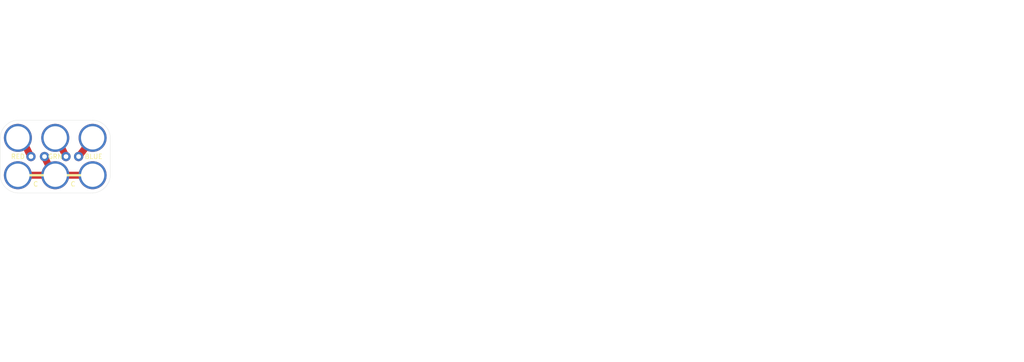
<source format=kicad_pcb>
(kicad_pcb (version 20171130) (host pcbnew 5.0.2-bee76a0~70~ubuntu16.04.1)

  (general
    (thickness 1.6)
    (drawings 3)
    (tracks 0)
    (zones 0)
    (modules 1)
    (nets 1)
  )

  (page USLetter)
  (title_block
    (title "2x3 RGB LED 4-pin TH Module")
    (date "17 Apr 2019")
    (rev 1.0)
    (company "All rights reserved.")
    (comment 1 help@browndoggadgets.com)
    (comment 2 http://browndoggadgets.com/)
    (comment 3 "Brown Dog Gadgets")
  )

  (layers
    (0 F.Cu signal)
    (31 B.Cu signal)
    (34 B.Paste user)
    (35 F.Paste user)
    (36 B.SilkS user)
    (37 F.SilkS user)
    (38 B.Mask user)
    (39 F.Mask user)
    (40 Dwgs.User user)
    (44 Edge.Cuts user)
    (46 B.CrtYd user)
    (47 F.CrtYd user)
    (48 B.Fab user)
    (49 F.Fab user)
  )

  (setup
    (last_trace_width 0.254)
    (user_trace_width 0.1524)
    (user_trace_width 0.254)
    (user_trace_width 0.3302)
    (user_trace_width 0.508)
    (user_trace_width 0.762)
    (user_trace_width 1.27)
    (trace_clearance 0.254)
    (zone_clearance 0.508)
    (zone_45_only no)
    (trace_min 0.1524)
    (segment_width 0.1524)
    (edge_width 0.1524)
    (via_size 0.6858)
    (via_drill 0.3302)
    (via_min_size 0.6858)
    (via_min_drill 0.3302)
    (user_via 0.6858 0.3302)
    (user_via 0.762 0.4064)
    (user_via 0.8636 0.508)
    (uvia_size 0.6858)
    (uvia_drill 0.3302)
    (uvias_allowed no)
    (uvia_min_size 0)
    (uvia_min_drill 0)
    (pcb_text_width 0.1524)
    (pcb_text_size 1.016 1.016)
    (mod_edge_width 0.1524)
    (mod_text_size 1.016 1.016)
    (mod_text_width 0.1524)
    (pad_size 1.524 1.524)
    (pad_drill 0.762)
    (pad_to_mask_clearance 0.0762)
    (solder_mask_min_width 0.1016)
    (pad_to_paste_clearance -0.0762)
    (aux_axis_origin 0 0)
    (visible_elements FFFEDF7D)
    (pcbplotparams
      (layerselection 0x310fc_80000001)
      (usegerberextensions true)
      (usegerberattributes false)
      (usegerberadvancedattributes false)
      (creategerberjobfile false)
      (excludeedgelayer true)
      (linewidth 0.100000)
      (plotframeref false)
      (viasonmask false)
      (mode 1)
      (useauxorigin false)
      (hpglpennumber 1)
      (hpglpenspeed 20)
      (hpglpendiameter 15.000000)
      (psnegative false)
      (psa4output false)
      (plotreference true)
      (plotvalue true)
      (plotinvisibletext false)
      (padsonsilk false)
      (subtractmaskfromsilk false)
      (outputformat 1)
      (mirror false)
      (drillshape 0)
      (scaleselection 1)
      (outputdirectory "gerbers"))
  )

  (net 0 "")

  (net_class Default "This is the default net class."
    (clearance 0.254)
    (trace_width 0.254)
    (via_dia 0.6858)
    (via_drill 0.3302)
    (uvia_dia 0.6858)
    (uvia_drill 0.3302)
  )

  (module Crazy_Circuits:LED-RGB-2.54MM-SMT-2x3 (layer F.Cu) (tedit 5CB75C2F) (tstamp 5CB7D73B)
    (at 48.0314 67.10172)
    (descr "LED 5mm round vertical")
    (tags "LED 5mm round vertical")
    (path /5CB75698)
    (fp_text reference LED1 (at 8.1 -4) (layer F.Fab)
      (effects (font (size 1 1) (thickness 0.15)))
    )
    (fp_text value LED-RGB-TH-COM-11120 (at 7.9 -4.1 180) (layer F.SilkS) hide
      (effects (font (size 1 1) (thickness 0.15)))
    )
    (fp_text user BLUE (at 16.2 -4) (layer F.SilkS)
      (effects (font (size 1 1) (thickness 0.15)))
    )
    (fp_text user GRN (at 8 -4) (layer F.SilkS)
      (effects (font (size 1 1) (thickness 0.15)))
    )
    (fp_text user RED (at 0 -4) (layer F.SilkS)
      (effects (font (size 1 1) (thickness 0.15)))
    )
    (fp_line (start 16.1 0) (end -0.1 0) (layer F.Cu) (width 1.5))
    (fp_arc (start 0.195441 -0.199792) (end 0 3.8) (angle 84.2) (layer Edge.Cuts) (width 0.05))
    (fp_line (start 19.8 -8) (end 19.8 0) (layer Edge.Cuts) (width 0.05))
    (fp_line (start 0 -11.8) (end 16.1 -11.8) (layer Edge.Cuts) (width 0.05))
    (fp_line (start 0 3.8) (end 16.1 3.8) (layer Edge.Cuts) (width 0.05))
    (fp_line (start -3.8 -8) (end -3.8 0) (layer Edge.Cuts) (width 0.05))
    (fp_arc (start 15.800208 -0.195441) (end 19.8 0) (angle 84.2) (layer Edge.Cuts) (width 0.05))
    (fp_arc (start 0.199792 -7.804559) (end -3.8 -8) (angle 84.2) (layer Edge.Cuts) (width 0.05))
    (fp_arc (start 15.804559 -7.800208) (end 16 -11.8) (angle 84.2) (layer Edge.Cuts) (width 0.05))
    (fp_arc (start 0.195441 -0.199792) (end 0 3.8) (angle 84.2) (layer F.Fab) (width 0.05))
    (fp_line (start 19.8 -8) (end 19.8 0) (layer F.Fab) (width 0.05))
    (fp_line (start 0 -11.8) (end 16 -11.8) (layer F.Fab) (width 0.05))
    (fp_line (start 0 3.8) (end 16 3.8) (layer F.Fab) (width 0.05))
    (fp_line (start -3.8 -8) (end -3.8 0) (layer F.Fab) (width 0.05))
    (fp_arc (start 15.800208 -0.195441) (end 19.8 0) (angle 84.2) (layer F.Fab) (width 0.05))
    (fp_arc (start 0.199792 -7.804559) (end -3.8 -8) (angle 84.2) (layer F.Fab) (width 0.05))
    (fp_arc (start 15.804559 -7.800208) (end 16 -11.8) (angle 84.2) (layer F.Fab) (width 0.05))
    (fp_text user C (at 3.8 1.9) (layer F.SilkS)
      (effects (font (size 1 1) (thickness 0.15)))
    )
    (fp_text user C (at 11.8 1.9) (layer F.SilkS)
      (effects (font (size 1 1) (thickness 0.15)))
    )
    (fp_line (start 15.9 0) (end -0.6 0) (layer F.SilkS) (width 0.5))
    (fp_line (start 13 -4) (end 16.5 -8.5) (layer F.Cu) (width 1.5))
    (fp_line (start 10.3 -4) (end 8.1 -8.5) (layer F.Cu) (width 1.5))
    (fp_line (start 7.9 0.6) (end 5.7 -3.9) (layer F.Cu) (width 1.5))
    (fp_line (start 2.8 -3.9) (end 0.6 -8.4) (layer F.Cu) (width 1.5))
    (pad GND thru_hole circle (at 5.7 -4 90) (size 2 2) (drill 1.00076) (layers *.Cu B.Mask))
    (pad G thru_hole circle (at 10.3 -4) (size 2 2) (drill 1.00076) (layers *.Cu B.Mask))
    (pad GND thru_hole circle (at 0 0) (size 6 6) (drill 4.98) (layers *.Cu *.Mask))
    (pad R thru_hole circle (at 0 -8) (size 6 6) (drill 4.98) (layers *.Cu *.Mask))
    (pad B thru_hole circle (at 16 -8) (size 6 6) (drill 4.98) (layers *.Cu *.Mask))
    (pad GND thru_hole circle (at 16 0) (size 6 6) (drill 4.98) (layers *.Cu *.Mask))
    (pad B thru_hole circle (at 13 -4) (size 2 2) (drill 1.00076) (layers *.Cu B.Mask))
    (pad R thru_hole circle (at 2.8 -4) (size 2 2) (drill 1.00076) (layers *.Cu B.Mask))
    (pad G thru_hole circle (at 8 -8) (size 6 6) (drill 4.98) (layers *.Cu *.Mask))
    (pad GND thru_hole circle (at 8 0) (size 6 6) (drill 4.98) (layers *.Cu *.Mask))
  )

  (gr_arc (start 55.762874 62.758044) (end 52.796154 65.663804) (angle -271.5859221) (layer F.Fab) (width 0.1524))
  (gr_line (start 52.76088 59.9186) (end 52.79136 65.61328) (layer F.Fab) (width 0.1524))
  (gr_text "FABRICATION NOTES\n\n1. THIS IS A 2 LAYER BOARD. \n2. EXTERNAL LAYERS SHALL HAVE 1 OZ COPPER.\n3. MATERIAL: FR4 AND 0.062 INCH +/- 10% THICK.\n4. BOARDS SHALL BE ROHS COMPLIANT. \n5. MANUFACTURE IN ACCORDANCE WITH IPC-6012 CLASS 2\n6. MASK: BOTH SIDES OF THE BOARD SHALL HAVE \n   SOLDER MASK (BLACK) OVER BARE COPPER. \n7. SILK: BOTH SIDES OF THE BOARD SHALL HAVE \n   WHITE SILKSCREEN. DO NOT PLACE SILK OVER BARE COPPER.\n8. FINISH: ENIG.\n9. MINIMUM TRACE WIDTH - 0.006 INCH.\n   MINIMUM SPACE - 0.006 INCH.\n   MINIMUM HOLE DIA - 0.013 INCH. \n10. MAX HOLE PLACEMENT TOLERANCE OF +/- 0.003 INCH.\n11. MAX HOLE DIAMETER TOLERANCE OF +/- 0.003 INCH AFTER PLATING.\n12. PANELIZING: V-SCORE ONLY. \n   DO NOT USE SUPPORT TABS OR MOUSEBITES." (at 120.3198 68.326) (layer Dwgs.User)
    (effects (font (size 2.54 2.54) (thickness 0.254)) (justify left))
  )

)

</source>
